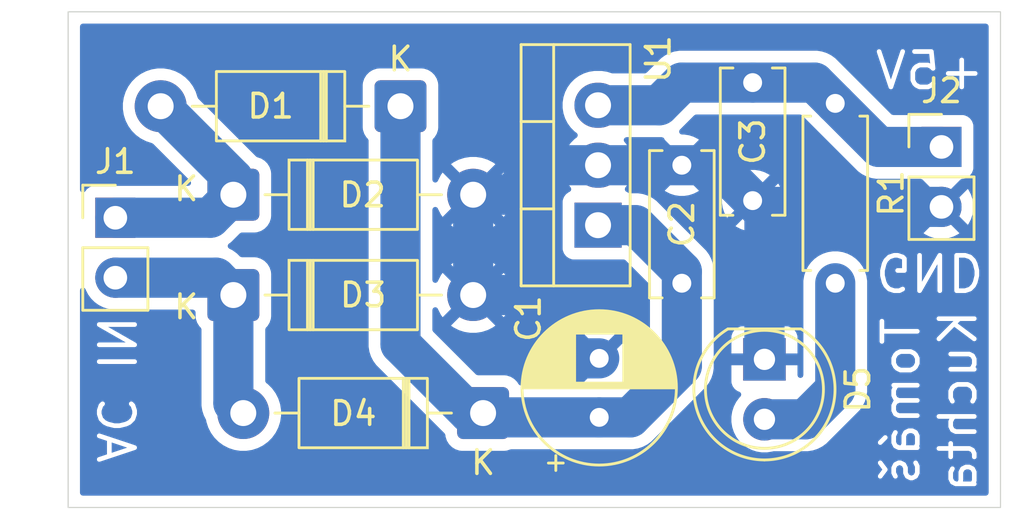
<source format=kicad_pcb>
(kicad_pcb (version 20241229) (generator "pcbnew") (generator_version "9.0")
  (layers (0 "F.Cu" signal) (2 "B.Cu" signal) (13 "F.Paste" user) (15 "B.Paste" user) (5 "F.SilkS" user "F.Silkscreen") (7 "B.SilkS" user "B.Silkscreen") (1 "F.Mask" user) (3 "B.Mask" user) (25 "Edge.Cuts" user))
  (net 0 "")
  (net 1 "VCC")
  (net 2 "GNDac")
  (net 3 "GNDdc")
  (net 4 "+5V")
  (net 5 "AC")
  (net 6 "Net-(D5-A)")
  (footprint "Connector_PinHeader_2.54mm:PinHeader_1x02_P2.54mm_Vertical" (layer "F.Cu") (at 108.5 85.225)
    (property "Reference" "J1" (at 0 -2.38 0) (layer "F.SilkS"))
    (property "Value" "AC in - 10V")
    (fp_line (start -1.38 -1.38) (end 0 -1.38) (stroke (width 0.12)) (layer "F.SilkS"))
    (fp_line (start -1.38 0) (end -1.38 -1.38) (stroke (width 0.12)) (layer "F.SilkS"))
    (fp_line (start -1.38 1.27) (end -1.38 3.92) (stroke (width 0.12)) (layer "F.SilkS"))
    (fp_line (start -1.38 1.27) (end 1.38 1.27) (stroke (width 0.12)) (layer "F.SilkS"))
    (fp_line (start -1.38 3.92) (end 1.38 3.92) (stroke (width 0.12)) (layer "F.SilkS"))
    (fp_line (start 1.38 1.27) (end 1.38 3.92) (stroke (width 0.12)) (layer "F.SilkS"))
    (pad "1" thru_hole rect (at 0 0) (size 1.7 1.7) (drill 1) (layers "*.Cu" "*.Mask") (net 5 "AC"))
    (pad "2" thru_hole circle (at 0 2.54) (size 1.7 1.7) (drill 1) (layers "*.Cu" "*.Mask") (net 2 "GNDac"))
  )
  (footprint "Diode_THT:D_DO-41_SOD81_P10.16mm_Horizontal" (layer "F.Cu") (at 124.08 93.5 180)
    (property "Reference" "D4" (at 5.497054 -0.020987 0) (layer "F.SilkS"))
    (property "Value" "1N4007")
    (fp_line (start 8.82 0) (end 7.8 0) (stroke (width 0.12)) (layer "F.SilkS"))
    (fp_line (start 3.38 -1.47) (end 3.38 1.47) (stroke (width 0.12)) (layer "F.SilkS"))
    (fp_line (start 3.26 -1.47) (end 3.26 1.47) (stroke (width 0.12)) (layer "F.SilkS"))
    (fp_line (start 3.14 -1.47) (end 3.14 1.47) (stroke (width 0.12)) (layer "F.SilkS"))
    (fp_line (start 1.34 0) (end 2.36 0) (stroke (width 0.12)) (layer "F.SilkS"))
    (fp_rect (start 2.36 -1.47) (end 7.8 1.47) (stroke (width 0.12)) (fill no) (layer "F.SilkS"))
    (fp_text user "K" (at 0 -2.1 0) (layer "F.SilkS"))
    (pad "1" thru_hole roundrect (at 0 0 180) (size 2.2 2.2) (drill 1.1) (layers "*.Cu" "*.Mask") (roundrect_rratio 0.113636) (net 1 "VCC"))
    (pad "2" thru_hole circle (at 10.16 0 180) (size 2.2 2.2) (drill 1.1) (layers "*.Cu" "*.Mask") (net 2 "GNDac"))
  )
  (footprint "Diode_THT:D_DO-41_SOD81_P10.16mm_Horizontal" (layer "F.Cu") (at 120.58 80.5 180)
    (property "Reference" "D1" (at 5.5 0 0) (layer "F.SilkS"))
    (property "Value" "1N4007")
    (fp_line (start 8.82 0) (end 7.8 0) (stroke (width 0.12)) (layer "F.SilkS"))
    (fp_line (start 3.38 -1.47) (end 3.38 1.47) (stroke (width 0.12)) (layer "F.SilkS"))
    (fp_line (start 3.26 -1.47) (end 3.26 1.47) (stroke (width 0.12)) (layer "F.SilkS"))
    (fp_line (start 3.14 -1.47) (end 3.14 1.47) (stroke (width 0.12)) (layer "F.SilkS"))
    (fp_line (start 1.34 0) (end 2.36 0) (stroke (width 0.12)) (layer "F.SilkS"))
    (fp_rect (start 2.36 -1.47) (end 7.8 1.47) (stroke (width 0.12)) (fill no) (layer "F.SilkS"))
    (fp_text user "K" (at 0 2 0) (layer "F.SilkS"))
    (pad "1" thru_hole roundrect (at 0 0 180) (size 2.2 2.2) (drill 1.1) (layers "*.Cu" "*.Mask") (roundrect_rratio 0.113636) (net 1 "VCC"))
    (pad "2" thru_hole circle (at 10.16 0 180) (size 2.2 2.2) (drill 1.1) (layers "*.Cu" "*.Mask") (net 5 "AC"))
  )
  (footprint "Package_TO_SOT_THT:TO-220-3_Vertical" (layer "F.Cu") (at 128.95 85.54 90)
    (property "Reference" "U1" (at 7.04 2.55 90) (layer "F.SilkS"))
    (property "Value" "LM7805_TO220")
    (fp_line (start 7.65 -3.26) (end 7.65 1.36) (stroke (width 0.12)) (layer "F.SilkS"))
    (fp_line (start 4.39 -3.26) (end 4.39 -1.88) (stroke (width 0.12)) (layer "F.SilkS"))
    (fp_line (start 0.69 -3.26) (end 0.69 -1.88) (stroke (width 0.12)) (layer "F.SilkS"))
    (fp_line (start -2.57 -3.26) (end 7.65 -3.26) (stroke (width 0.12)) (layer "F.SilkS"))
    (fp_line (start -2.57 -1.88) (end 7.65 -1.88) (stroke (width 0.12)) (layer "F.SilkS"))
    (fp_line (start 7.65 1.36) (end -2.57 1.36) (stroke (width 0.12)) (layer "F.SilkS"))
    (fp_line (start -2.57 1.36) (end -2.57 -3.26) (stroke (width 0.12)) (layer "F.SilkS"))
    (pad "1" thru_hole rect (at 0 0 90) (size 1.905 2) (drill 1.1) (layers "*.Cu" "*.Mask") (net 1 "VCC"))
    (pad "2" thru_hole oval (at 2.54 0 90) (size 1.905 2) (drill 1.1) (layers "*.Cu" "*.Mask") (net 3 "GNDdc"))
    (pad "3" thru_hole oval (at 5.08 0 90) (size 1.905 2) (drill 1.1) (layers "*.Cu" "*.Mask") (net 4 "+5V"))
  )
  (footprint "Connector_PinHeader_2.54mm:PinHeader_1x02_P2.54mm_Vertical" (layer "F.Cu") (at 143.5 82.225)
    (property "Reference" "J2" (at 0 -2.38 0) (layer "F.SilkS"))
    (property "Value" "DC 5V")
    (fp_line (start -1.38 -1.38) (end 0 -1.38) (stroke (width 0.12)) (layer "F.SilkS"))
    (fp_line (start -1.38 0) (end -1.38 -1.38) (stroke (width 0.12)) (layer "F.SilkS"))
    (fp_line (start -1.38 1.27) (end -1.38 3.92) (stroke (width 0.12)) (layer "F.SilkS"))
    (fp_line (start -1.38 1.27) (end 1.38 1.27) (stroke (width 0.12)) (layer "F.SilkS"))
    (fp_line (start -1.38 3.92) (end 1.38 3.92) (stroke (width 0.12)) (layer "F.SilkS"))
    (fp_line (start 1.38 1.27) (end 1.38 3.92) (stroke (width 0.12)) (layer "F.SilkS"))
    (pad "1" thru_hole rect (at 0 0) (size 1.7 1.7) (drill 1) (layers "*.Cu" "*.Mask") (net 4 "+5V"))
    (pad "2" thru_hole circle (at 0 2.54) (size 1.7 1.7) (drill 1) (layers "*.Cu" "*.Mask") (net 3 "GNDdc"))
  )
  (footprint "Diode_THT:D_DO-41_SOD81_P10.16mm_Horizontal" (layer "F.Cu") (at 113.5 84.25)
    (property "Reference" "D2" (at 5.477172 0.009204 0) (layer "F.SilkS"))
    (property "Value" "1N4007")
    (fp_line (start 1.34 0) (end 2.36 0) (stroke (width 0.12)) (layer "F.SilkS"))
    (fp_line (start 3.14 -1.47) (end 3.14 1.47) (stroke (width 0.12)) (layer "F.SilkS"))
    (fp_line (start 3.26 -1.47) (end 3.26 1.47) (stroke (width 0.12)) (layer "F.SilkS"))
    (fp_line (start 3.38 -1.47) (end 3.38 1.47) (stroke (width 0.12)) (layer "F.SilkS"))
    (fp_line (start 8.82 0) (end 7.8 0) (stroke (width 0.12)) (layer "F.SilkS"))
    (fp_rect (start 2.36 -1.47) (end 7.8 1.47) (stroke (width 0.12)) (fill no) (layer "F.SilkS"))
    (fp_text user "K" (at -2 -0.25 0) (layer "F.SilkS"))
    (pad "1" thru_hole roundrect (at 0 0) (size 2.2 2.2) (drill 1.1) (layers "*.Cu" "*.Mask") (roundrect_rratio 0.113636) (net 5 "AC"))
    (pad "2" thru_hole circle (at 10.16 0) (size 2.2 2.2) (drill 1.1) (layers "*.Cu" "*.Mask") (net 3 "GNDdc"))
  )
  (footprint "Capacitor_THT:C_Disc_D6.0mm_W2.5mm_P5.00mm" (layer "F.Cu") (at 135.5 79.5 -90)
    (property "Reference" "C3" (at 2.5 0 90) (layer "F.SilkS"))
    (property "Value" "100nF")
    (fp_line (start -0.62 1.37) (end -0.62 0.835) (stroke (width 0.12)) (layer "F.SilkS"))
    (fp_line (start 5.62 1.37) (end -0.62 1.37) (stroke (width 0.12)) (layer "F.SilkS"))
    (fp_line (start 5.62 0.835) (end 5.62 1.37) (stroke (width 0.12)) (layer "F.SilkS"))
    (fp_line (start -0.62 -0.835) (end -0.62 -1.37) (stroke (width 0.12)) (layer "F.SilkS"))
    (fp_line (start -0.62 -1.37) (end 5.62 -1.37) (stroke (width 0.12)) (layer "F.SilkS"))
    (fp_line (start 5.62 -1.37) (end 5.62 -0.835) (stroke (width 0.12)) (layer "F.SilkS"))
    (pad "1" thru_hole circle (at 0 0 270) (size 1.6 1.6) (drill 0.8) (layers "*.Cu" "*.Mask") (net 4 "+5V"))
    (pad "2" thru_hole circle (at 5 0 270) (size 1.6 1.6) (drill 0.8) (layers "*.Cu" "*.Mask") (net 3 "GNDdc"))
  )
  (footprint "Diode_THT:D_DO-41_SOD81_P10.16mm_Horizontal" (layer "F.Cu") (at 113.5 88.5)
    (property "Reference" "D3" (at 5.5 0 0) (layer "F.SilkS"))
    (property "Value" "1N4007")
    (fp_line (start 1.34 0) (end 2.36 0) (stroke (width 0.12)) (layer "F.SilkS"))
    (fp_line (start 3.14 -1.47) (end 3.14 1.47) (stroke (width 0.12)) (layer "F.SilkS"))
    (fp_line (start 3.26 -1.47) (end 3.26 1.47) (stroke (width 0.12)) (layer "F.SilkS"))
    (fp_line (start 3.38 -1.47) (end 3.38 1.47) (stroke (width 0.12)) (layer "F.SilkS"))
    (fp_line (start 8.82 0) (end 7.8 0) (stroke (width 0.12)) (layer "F.SilkS"))
    (fp_rect (start 2.36 -1.47) (end 7.8 1.47) (stroke (width 0.12)) (fill no) (layer "F.SilkS"))
    (fp_text user "K" (at -2 0.5 0) (layer "F.SilkS"))
    (pad "1" thru_hole roundrect (at 0 0) (size 2.2 2.2) (drill 1.1) (layers "*.Cu" "*.Mask") (roundrect_rratio 0.113636) (net 2 "GNDac"))
    (pad "2" thru_hole circle (at 10.16 0) (size 2.2 2.2) (drill 1.1) (layers "*.Cu" "*.Mask") (net 3 "GNDdc"))
  )
  (footprint "LED_THT:LED_D5.0mm" (layer "F.Cu") (at 136 91.225 -90)
    (property "Reference" "D5" (at 1.27 -3.96 90) (layer "F.SilkS"))
    (property "Value" "5mm LED")
    (fp_line (start -1.29 -1.545) (end -1.29 1.545) (stroke (width 0.12)) (layer "F.SilkS"))
    (fp_arc (start 4.26 0) (mid 2.071779 2.880495) (end -1.29 1.54483) (stroke (width 0.12)) (layer "F.SilkS"))
    (fp_arc (start -1.29 -1.54483) (mid 2.071779 -2.880495) (end 4.26 0) (stroke (width 0.12)) (layer "F.SilkS"))
    (fp_circle (center 1.27 0) (end 3.77 0) (stroke (width 0.12)) (fill no) (layer "F.SilkS"))
    (pad "1" thru_hole rect (at 0 0 270) (size 1.8 1.8) (drill 0.9) (layers "*.Cu" "*.Mask") (net 3 "GNDdc"))
    (pad "2" thru_hole circle (at 2.54 0 270) (size 1.8 1.8) (drill 0.9) (layers "*.Cu" "*.Mask") (net 6 "Net-(D5-A)"))
  )
  (footprint "Capacitor_THT:CP_Radial_D6.3mm_P2.50mm" (layer "F.Cu") (at 129 93.68238 90)
    (property "Reference" "C1" (at 4.18238 -3 90) (layer "F.SilkS"))
    (property "Value" "100uF")
    (fp_line (start 1.29 -3.23) (end 1.29 3.23) (stroke (width 0.12)) (layer "F.SilkS"))
    (fp_line (start 1.25 -3.23) (end 1.25 3.23) (stroke (width 0.12)) (layer "F.SilkS"))
    (fp_line (start 1.33 -3.229) (end 1.33 3.229) (stroke (width 0.12)) (layer "F.SilkS"))
    (fp_line (start 1.37 -3.228) (end 1.37 3.228) (stroke (width 0.12)) (layer "F.SilkS"))
    (fp_line (start 1.41 -3.226) (end 1.41 3.226) (stroke (width 0.12)) (layer "F.SilkS"))
    (fp_line (start 1.45 -3.224) (end 1.45 3.224) (stroke (width 0.12)) (layer "F.SilkS"))
    (fp_line (start 1.49 -3.221) (end 1.49 -1.04) (stroke (width 0.12)) (layer "F.SilkS"))
    (fp_line (start 1.53 -3.218) (end 1.53 -1.04) (stroke (width 0.12)) (layer "F.SilkS"))
    (fp_line (start 1.57 -3.214) (end 1.57 -1.04) (stroke (width 0.12)) (layer "F.SilkS"))
    (fp_line (start 1.61 -3.21) (end 1.61 -1.04) (stroke (width 0.12)) (layer "F.SilkS"))
    (fp_line (start 1.65 -3.205) (end 1.65 -1.04) (stroke (width 0.12)) (layer "F.SilkS"))
    (fp_line (start 1.69 -3.2) (end 1.69 -1.04) (stroke (width 0.12)) (layer "F.SilkS"))
    (fp_line (start 1.73 -3.195) (end 1.73 -1.04) (stroke (width 0.12)) (layer "F.SilkS"))
    (fp_line (start 1.77 -3.188) (end 1.77 -1.04) (stroke (width 0.12)) (layer "F.SilkS"))
    (fp_line (start 1.81 -3.182) (end 1.81 -1.04) (stroke (width 0.12)) (layer "F.SilkS"))
    (fp_line (start 1.85 -3.174) (end 1.85 -1.04) (stroke (width 0.12)) (layer "F.SilkS"))
    (fp_line (start 1.89 -3.167) (end 1.89 -1.04) (stroke (width 0.12)) (layer "F.SilkS"))
    (fp_line (start 1.93 -3.159) (end 1.93 -1.04) (stroke (width 0.12)) (layer "F.SilkS"))
    (fp_line (start 1.97 -3.15) (end 1.97 -1.04) (stroke (width 0.12)) (layer "F.SilkS"))
    (fp_line (start 2.01 -3.14) (end 2.01 -1.04) (stroke (width 0.12)) (layer "F.SilkS"))
    (fp_line (start 2.05 -3.131) (end 2.05 -1.04) (stroke (width 0.12)) (layer "F.SilkS"))
    (fp_line (start 2.09 -3.12) (end 2.09 -1.04) (stroke (width 0.12)) (layer "F.SilkS"))
    (fp_line (start 2.13 -3.109) (end 2.13 -1.04) (stroke (width 0.12)) (layer "F.SilkS"))
    (fp_line (start 2.17 -3.098) (end 2.17 -1.04) (stroke (width 0.12)) (layer "F.SilkS"))
    (fp_line (start 2.21 -3.086) (end 2.21 -1.04) (stroke (width 0.12)) (layer "F.SilkS"))
    (fp_line (start 2.25 -3.073) (end 2.25 -1.04) (stroke (width 0.12)) (layer "F.SilkS"))
    (fp_line (start 2.29 -3.06) (end 2.29 -1.04) (stroke (width 0.12)) (layer "F.SilkS"))
    (fp_line (start 2.33 -3.047) (end 2.33 -1.04) (stroke (width 0.12)) (layer "F.SilkS"))
    (fp_line (start 2.37 -3.032) (end 2.37 -1.04) (stroke (width 0.12)) (layer "F.SilkS"))
    (fp_line (start 2.41 -3.017) (end 2.41 -1.04) (stroke (width 0.12)) (layer "F.SilkS"))
    (fp_line (start 2.45 -3.002) (end 2.45 -1.04) (stroke (width 0.12)) (layer "F.SilkS"))
    (fp_line (start 2.49 -2.986) (end 2.49 -1.04) (stroke (width 0.12)) (layer "F.SilkS"))
    (fp_line (start 2.53 -2.969) (end 2.53 -1.04) (stroke (width 0.12)) (layer "F.SilkS"))
    (fp_line (start 2.57 -2.952) (end 2.57 -1.04) (stroke (width 0.12)) (layer "F.SilkS"))
    (fp_line (start 2.61 -2.934) (end 2.61 -1.04) (stroke (width 0.12)) (layer "F.SilkS"))
    (fp_line (start 2.65 -2.915) (end 2.65 -1.04) (stroke (width 0.12)) (layer "F.SilkS"))
    (fp_line (start 2.69 -2.896) (end 2.69 -1.04) (stroke (width 0.12)) (layer "F.SilkS"))
    (fp_line (start 2.73 -2.876) (end 2.73 -1.04) (stroke (width 0.12)) (layer "F.SilkS"))
    (fp_line (start 2.77 -2.855) (end 2.77 -1.04) (stroke (width 0.12)) (layer "F.SilkS"))
    (fp_line (start 2.81 -2.834) (end 2.81 -1.04) (stroke (width 0.12)) (layer "F.SilkS"))
    (fp_line (start 2.85 -2.812) (end 2.85 -1.04) (stroke (width 0.12)) (layer "F.SilkS"))
    (fp_line (start 2.89 -2.789) (end 2.89 -1.04) (stroke (width 0.12)) (layer "F.SilkS"))
    (fp_line (start 2.93 -2.765) (end 2.93 -1.04) (stroke (width 0.12)) (layer "F.SilkS"))
    (fp_line (start 2.97 -2.741) (end 2.97 -1.04) (stroke (width 0.12)) (layer "F.SilkS"))
    (fp_line (start 3.01 -2.716) (end 3.01 -1.04) (stroke (width 0.12)) (layer "F.SilkS"))
    (fp_line (start 3.05 -2.69) (end 3.05 -1.04) (stroke (width 0.12)) (layer "F.SilkS"))
    (fp_line (start 3.09 -2.663) (end 3.09 -1.04) (stroke (width 0.12)) (layer "F.SilkS"))
    (fp_line (start 3.13 -2.636) (end 3.13 -1.04) (stroke (width 0.12)) (layer "F.SilkS"))
    (fp_line (start 3.17 -2.607) (end 3.17 -1.04) (stroke (width 0.12)) (layer "F.SilkS"))
    (fp_line (start 3.21 -2.577) (end 3.21 -1.04) (stroke (width 0.12)) (layer "F.SilkS"))
    (fp_line (start 3.25 -2.547) (end 3.25 -1.04) (stroke (width 0.12)) (layer "F.SilkS"))
    (fp_line (start 3.29 -2.516) (end 3.29 -1.04) (stroke (width 0.12)) (layer "F.SilkS"))
    (fp_line (start 3.33 -2.483) (end 3.33 -1.04) (stroke (width 0.12)) (layer "F.SilkS"))
    (fp_line (start 3.37 -2.45) (end 3.37 -1.04) (stroke (width 0.12)) (layer "F.SilkS"))
    (fp_line (start 3.41 -2.415) (end 3.41 -1.04) (stroke (width 0.12)) (layer "F.SilkS"))
    (fp_line (start 3.45 -2.379) (end 3.45 -1.04) (stroke (width 0.12)) (layer "F.SilkS"))
    (fp_line (start 3.49 -2.342) (end 3.49 -1.04) (stroke (width 0.12)) (layer "F.SilkS"))
    (fp_line (start 3.53 -2.304) (end 3.53 -1.04) (stroke (width 0.12)) (layer "F.SilkS"))
    (fp_line (start 3.57 -2.264) (end 3.57 2.264) (stroke (width 0.12)) (layer "F.SilkS"))
    (fp_line (start 3.61 -2.223) (end 3.61 2.223) (stroke (width 0.12)) (layer "F.SilkS"))
    (fp_line (start 3.65 -2.181) (end 3.65 2.181) (stroke (width 0.12)) (layer "F.SilkS"))
    (fp_line (start -1.935241 -2.154) (end -1.935241 -1.524) (stroke (width 0.12)) (layer "F.SilkS"))
    (fp_line (start 3.69 -2.137) (end 3.69 2.137) (stroke (width 0.12)) (layer "F.SilkS"))
    (fp_line (start 3.73 -2.091) (end 3.73 2.091) (stroke (width 0.12)) (layer "F.SilkS"))
    (fp_line (start 3.77 -2.044) (end 3.77 2.044) (stroke (width 0.12)) (layer "F.SilkS"))
    (fp_line (start 3.81 -1.995) (end 3.81 1.995) (stroke (width 0.12)) (layer "F.SilkS"))
    (fp_line (start 3.85 -1.943) (end 3.85 1.943) (stroke (width 0.12)) (layer "F.SilkS"))
    (fp_line (start 3.89 -1.89) (end 3.89 1.89) (stroke (width 0.12)) (layer "F.SilkS"))
    (fp_line (start -2.250241 -1.839) (end -1.620241 -1.839) (stroke (width 0.12)) (layer "F.SilkS"))
    (fp_line (start 3.93 -1.834) (end 3.93 1.834) (stroke (width 0.12)) (layer "F.SilkS"))
    (fp_line (start 3.97 -1.775) (end 3.97 1.775) (stroke (width 0.12)) (layer "F.SilkS"))
    (fp_line (start 4.01 -1.714) (end 4.01 1.714) (stroke (width 0.12)) (layer "F.SilkS"))
    (fp_line (start 4.05 -1.649) (end 4.05 1.649) (stroke (width 0.12)) (layer "F.SilkS"))
    (fp_line (start 4.09 -1.581) (end 4.09 1.581) (stroke (width 0.12)) (layer "F.SilkS"))
    (fp_line (start 4.13 -1.509) (end 4.13 1.509) (stroke (width 0.12)) (layer "F.SilkS"))
    (fp_line (start 4.17 -1.432) (end 4.17 1.432) (stroke (width 0.12)) (layer "F.SilkS"))
    (fp_line (start 4.21 -1.35) (end 4.21 1.35) (stroke (width 0.12)) (layer "F.SilkS"))
    (fp_line (start 4.25 -1.261) (end 4.25 1.261) (stroke (width 0.12)) (layer "F.SilkS"))
    (fp_line (start 4.29 -1.165) (end 4.29 1.165) (stroke (width 0.12)) (layer "F.SilkS"))
    (fp_line (start 4.33 -1.058) (end 4.33 1.058) (stroke (width 0.12)) (layer "F.SilkS"))
    (fp_line (start 4.37 -0.939) (end 4.37 0.939) (stroke (width 0.12)) (layer "F.SilkS"))
    (fp_line (start 4.41 -0.801) (end 4.41 0.801) (stroke (width 0.12)) (layer "F.SilkS"))
    (fp_line (start 4.45 -0.633) (end 4.45 0.633) (stroke (width 0.12)) (layer "F.SilkS"))
    (fp_line (start 4.49 -0.402) (end 4.49 0.402) (stroke (width 0.12)) (layer "F.SilkS"))
    (fp_line (start 3.53 1.04) (end 3.53 2.304) (stroke (width 0.12)) (layer "F.SilkS"))
    (fp_line (start 3.49 1.04) (end 3.49 2.342) (stroke (width 0.12)) (layer "F.SilkS"))
    (fp_line (start 3.45 1.04) (end 3.45 2.379) (stroke (width 0.12)) (layer "F.SilkS"))
    (fp_line (start 3.41 1.04) (end 3.41 2.415) (stroke (width 0.12)) (layer "F.SilkS"))
    (fp_line (start 3.37 1.04) (end 3.37 2.45) (stroke (width 0.12)) (layer "F.SilkS"))
    (fp_line (start 3.33 1.04) (end 3.33 2.483) (stroke (width 0.12)) (layer "F.SilkS"))
    (fp_line (start 3.29 1.04) (end 3.29 2.516) (stroke (width 0.12)) (layer "F.SilkS"))
    (fp_line (start 3.25 1.04) (end 3.25 2.547) (stroke (width 0.12)) (layer "F.SilkS"))
    (fp_line (start 3.21 1.04) (end 3.21 2.577) (stroke (width 0.12)) (layer "F.SilkS"))
    (fp_line (start 3.17 1.04) (end 3.17 2.607) (stroke (width 0.12)) (layer "F.SilkS"))
    (fp_line (start 3.13 1.04) (end 3.13 2.636) (stroke (width 0.12)) (layer "F.SilkS"))
    (fp_line (start 3.09 1.04) (end 3.09 2.663) (stroke (width 0.12)) (layer "F.SilkS"))
    (fp_line (start 3.05 1.04) (end 3.05 2.69) (stroke (width 0.12)) (layer "F.SilkS"))
    (fp_line (start 3.01 1.04) (end 3.01 2.716) (stroke (width 0.12)) (layer "F.SilkS"))
    (fp_line (start 2.97 1.04) (end 2.97 2.741) (stroke (width 0.12)) (layer "F.SilkS"))
    (fp_line (start 2.93 1.04) (end 2.93 2.765) (stroke (width 0.12)) (layer "F.SilkS"))
    (fp_line (start 2.89 1.04) (end 2.89 2.789) (stroke (width 0.12)) (layer "F.SilkS"))
    (fp_line (start 2.85 1.04) (end 2.85 2.812) (stroke (width 0.12)) (layer "F.SilkS"))
    (fp_line (start 2.81 1.04) (end 2.81 2.834) (stroke (width 0.12)) (layer "F.SilkS"))
    (fp_line (start 2.77 1.04) (end 2.77 2.855) (stroke (width 0.12)) (layer "F.SilkS"))
    (fp_line (start 2.73 1.04) (end 2.73 2.876) (stroke (width 0.12)) (layer "F.SilkS"))
    (fp_line (start 2.69 1.04) (end 2.69 2.896) (stroke (width 0.12)) (layer "F.SilkS"))
    (fp_line (start 2.65 1.04) (end 2.65 2.915) (stroke (width 0.12)) (layer "F.SilkS"))
    (fp_line (start 2.61 1.04) (end 2.61 2.934) (stroke (width 0.12)) (layer "F.SilkS"))
    (fp_line (start 2.57 1.04) (end 2.57 2.952) (stroke (width 0.12)) (layer "F.SilkS"))
    (fp_line (start 2.53 1.04) (end 2.53 2.969) (stroke (width 0.12)) (layer "F.SilkS"))
    (fp_line (start 2.49 1.04) (end 2.49 2.986) (stroke (width 0.12)) (layer "F.SilkS"))
    (fp_line (start 2.45 1.04) (end 2.45 3.002) (stroke (width 0.12)) (layer "F.SilkS"))
    (fp_line (start 2.41 1.04) (end 2.41 3.017) (stroke (width 0.12)) (layer "F.SilkS"))
    (fp_line (start 2.37 1.04) (end 2.37 3.032) (stroke (width 0.12)) (layer "F.SilkS"))
    (fp_line (start 2.33 1.04) (end 2.33 3.047) (stroke (width 0.12)) (layer "F.SilkS"))
    (fp_line (start 2.29 1.04) (end 2.29 3.06) (stroke (width 0.12)) (layer "F.SilkS"))
    (fp_line (start 2.25 1.04) (end 2.25 3.073) (stroke (width 0.12)) (layer "F.SilkS"))
    (fp_line (start 2.21 1.04) (end 2.21 3.086) (stroke (width 0.12)) (layer "F.SilkS"))
    (fp_line (start 2.17 1.04) (end 2.17 3.098) (stroke (width 0.12)) (layer "F.SilkS"))
    (fp_line (start 2.13 1.04) (end 2.13 3.109) (stroke (width 0.12)) (layer "F.SilkS"))
    (fp_line (start 2.09 1.04) (end 2.09 3.12) (stroke (width 0.12)) (layer "F.SilkS"))
    (fp_line (start 2.05 1.04) (end 2.05 3.131) (stroke (width 0.12)) (layer "F.SilkS"))
    (fp_line (start 2.01 1.04) (end 2.01 3.14) (stroke (width 0.12)) (layer "F.SilkS"))
    (fp_line (start 1.97 1.04) (end 1.97 3.15) (stroke (width 0.12)) (layer "F.SilkS"))
    (fp_line (start 1.93 1.04) (end 1.93 3.159) (stroke (width 0.12)) (layer "F.SilkS"))
    (fp_line (start 1.89 1.04) (end 1.89 3.167) (stroke (width 0.12)) (layer "F.SilkS"))
    (fp_line (start 1.85 1.04) (end 1.85 3.174) (stroke (width 0.12)) (layer "F.SilkS"))
    (fp_line (start 1.81 1.04) (end 1.81 3.182) (stroke (width 0.12)) (layer "F.SilkS"))
    (fp_line (start 1.77 1.04) (end 1.77 3.188) (stroke (width 0.12)) (layer "F.SilkS"))
    (fp_line (start 1.73 1.04) (end 1.73 3.195) (stroke (width 0.12)) (layer "F.SilkS"))
    (fp_line (start 1.69 1.04) (end 1.69 3.2) (stroke (width 0.12)) (layer "F.SilkS"))
    (fp_line (start 1.65 1.04) (end 1.65 3.205) (stroke (width 0.12)) (layer "F.SilkS"))
    (fp_line (start 1.61 1.04) (end 1.61 3.21) (stroke (width 0.12)) (layer "F.SilkS"))
    (fp_line (start 1.57 1.04) (end 1.57 3.214) (stroke (width 0.12)) (layer "F.SilkS"))
    (fp_line (start 1.53 1.04) (end 1.53 3.218) (stroke (width 0.12)) (layer "F.SilkS"))
    (fp_line (start 1.49 1.04) (end 1.49 3.221) (stroke (width 0.12)) (layer "F.SilkS"))
    (fp_circle (center 1.25 0) (end 4.52 0) (stroke (width 0.12)) (fill no) (layer "F.SilkS"))
    (pad "1" thru_hole roundrect (at 0 0 90) (size 1.6 1.6) (drill 0.8) (layers "*.Cu" "*.Mask") (roundrect_rratio 0.15625) (net 1 "VCC"))
    (pad "2" thru_hole circle (at 2.5 0 90) (size 1.6 1.6) (drill 0.8) (layers "*.Cu" "*.Mask") (net 3 "GNDdc"))
  )
  (footprint "Capacitor_THT:C_Disc_D6.0mm_W2.5mm_P5.00mm" (layer "F.Cu") (at 132.5 88 90)
    (property "Reference" "C2" (at 2.5 0 90) (layer "F.SilkS"))
    (property "Value" "100nF")
    (fp_line (start 5.62 -1.37) (end 5.62 -0.835) (stroke (width 0.12)) (layer "F.SilkS"))
    (fp_line (start -0.62 -1.37) (end 5.62 -1.37) (stroke (width 0.12)) (layer "F.SilkS"))
    (fp_line (start -0.62 -0.835) (end -0.62 -1.37) (stroke (width 0.12)) (layer "F.SilkS"))
    (fp_line (start 5.62 0.835) (end 5.62 1.37) (stroke (width 0.12)) (layer "F.SilkS"))
    (fp_line (start 5.62 1.37) (end -0.62 1.37) (stroke (width 0.12)) (layer "F.SilkS"))
    (fp_line (start -0.62 1.37) (end -0.62 0.835) (stroke (width 0.12)) (layer "F.SilkS"))
    (pad "1" thru_hole circle (at 0 0 90) (size 1.6 1.6) (drill 0.8) (layers "*.Cu" "*.Mask") (net 1 "VCC"))
    (pad "2" thru_hole circle (at 5 0 90) (size 1.6 1.6) (drill 0.8) (layers "*.Cu" "*.Mask") (net 3 "GNDdc"))
  )
  (footprint "Resistor_THT:R_Axial_DIN0207_L6.3mm_D2.5mm_P7.62mm_Horizontal" (layer "F.Cu") (at 139 80.38 -90)
    (property "Reference" "R1" (at 3.81 -2.37 270) (layer "F.SilkS"))
    (property "Value" "250R")
    (fp_line (start 0.54 1.37) (end 7.08 1.37) (stroke (width 0.12)) (layer "F.SilkS"))
    (fp_line (start 7.08 1.37) (end 7.08 1.04) (stroke (width 0.12)) (layer "F.SilkS"))
    (fp_line (start 0.54 1.04) (end 0.54 1.37) (stroke (width 0.12)) (layer "F.SilkS"))
    (fp_line (start 0.54 -1.04) (end 0.54 -1.37) (stroke (width 0.12)) (layer "F.SilkS"))
    (fp_line (start 0.54 -1.37) (end 7.08 -1.37) (stroke (width 0.12)) (layer "F.SilkS"))
    (fp_line (start 7.08 -1.37) (end 7.08 -1.04) (stroke (width 0.12)) (layer "F.SilkS"))
    (pad "1" thru_hole circle (at 0 0 270) (size 1.6 1.6) (drill 0.8) (layers "*.Cu" "*.Mask") (net 4 "+5V"))
    (pad "2" thru_hole circle (at 7.62 0 270) (size 1.6 1.6) (drill 0.8) (layers "*.Cu" "*.Mask") (net 6 "Net-(D5-A)"))
  )
  (gr_rect (start 106.5 76.5) (end 146 97.5) (stroke (width 0.05)) (fill no) (layer "Edge.Cuts"))
  (gr_text "Tomáš\nKuchta" (at 143 93 90) (layer "B.Cu" knockout) (effects (font (size 1.5 1.5) (thickness 0.2)) (justify mirror)))
  (gr_text "GND" (at 143 87.5 180) (layer "B.Cu" knockout) (effects (font (size 1.5 1.5) (thickness 0.2)) (justify mirror)))
  (gr_text "+5V" (at 143 79 0) (layer "B.Cu" knockout) (effects (font (size 1.5 1.5) (thickness 0.2)) (justify mirror)))
  (gr_text "AC IN" (at 108.5 92.5 270) (layer "B.Cu" knockout) (effects (font (size 1.5 1.5) (thickness 0.2)) (justify mirror)))
  (segment (start 120.58 80.5) (end 120.58 90.58) (width 1.7) (layer "B.Cu") (net 1))
  (segment (start 129 93.68238) (end 124.26238 93.68238) (width 1.7) (layer "B.Cu") (net 1))
  (segment (start 128.95 85.54) (end 130.54 85.54) (width 1.7) (layer "B.Cu") (net 1))
  (segment (start 132.5 87.5) (end 132.5 91.5) (width 1.7) (layer "B.Cu") (net 1))
  (segment (start 132.5 91.5) (end 130.31762 93.68238) (width 1.7) (layer "B.Cu") (net 1))
  (segment (start 130.31762 93.68238) (end 129 93.68238) (width 1.7) (layer "B.Cu") (net 1))
  (segment (start 130.54 85.54) (end 132.5 87.5) (width 1.7) (layer "B.Cu") (net 1))
  (segment (start 120.58 90.58) (end 123.5 93.5) (width 1.7) (layer "B.Cu") (net 1))
  (segment (start 123.5 93.5) (end 124.08 93.5) (width 1.7) (layer "B.Cu") (net 1))
  (segment (start 124.26238 93.68238) (end 124.08 93.5) (width 1.7) (layer "B.Cu") (net 1))
  (segment (start 112.765 87.765) (end 113.5 88.5) (width 1.7) (layer "B.Cu") (net 2))
  (segment (start 113.5 93.08) (end 113.92 93.5) (width 1.7) (layer "B.Cu") (net 2))
  (segment (start 113.5 88.5) (end 113.5 93.08) (width 1.7) (layer "B.Cu") (net 2))
  (segment (start 108.5 87.765) (end 112.765 87.765) (width 1.7) (layer "B.Cu") (net 2))
  (segment (start 126.5 83) (end 125.25 84.25) (width 1.7) (layer "B.Cu") (net 3))
  (segment (start 128.95 83) (end 134 83) (width 1.7) (layer "B.Cu") (net 3))
  (segment (start 134 83) (end 135.5 84.5) (width 1.7) (layer "B.Cu") (net 3))
  (segment (start 125.25 84.25) (end 123.66 84.25) (width 1.7) (layer "B.Cu") (net 3))
  (segment (start 123.66 84.25) (end 123.66 88.5) (width 1.7) (layer "B.Cu") (net 3))
  (segment (start 143.5 84.765) (end 135.765 84.765) (width 1.7) (layer "B.Cu") (net 3))
  (segment (start 125.5 88.5) (end 128.18238 91.18238) (width 1.7) (layer "B.Cu") (net 3))
  (segment (start 123.66 88.5) (end 125.5 88.5) (width 1.7) (layer "B.Cu") (net 3))
  (segment (start 128.95 83) (end 126.5 83) (width 1.7) (layer "B.Cu") (net 3))
  (segment (start 136 85) (end 135.5 84.5) (width 1.7) (layer "B.Cu") (net 3))
  (segment (start 128.18238 91.18238) (end 129 91.18238) (width 1.7) (layer "B.Cu") (net 3))
  (segment (start 136 91.225) (end 136 85) (width 1.7) (layer "B.Cu") (net 3))
  (segment (start 140.845 82.225) (end 139 80.38) (width 1.7) (layer "B.Cu") (net 4))
  (segment (start 138.12 79.5) (end 139 80.38) (width 1.7) (layer "B.Cu") (net 4))
  (segment (start 135.5 79.5) (end 138.12 79.5) (width 1.7) (layer "B.Cu") (net 4))
  (segment (start 132.5 79.5) (end 131.54 80.46) (width 1.7) (layer "B.Cu") (net 4))
  (segment (start 131.54 80.46) (end 128.95 80.46) (width 1.7) (layer "B.Cu") (net 4))
  (segment (start 140.845 82.225) (end 143.5 82.225) (width 1.7) (layer "B.Cu") (net 4))
  (segment (start 135.5 79.5) (end 132.5 79.5) (width 1.7) (layer "B.Cu") (net 4))
  (segment (start 112.525 85.225) (end 113.5 84.25) (width 1.7) (layer "B.Cu") (net 5))
  (segment (start 113.5 84.25) (end 113.5 83.58) (width 1.7) (layer "B.Cu") (net 5))
  (segment (start 108.5 85.225) (end 112.525 85.225) (width 1.7) (layer "B.Cu") (net 5))
  (segment (start 113.5 83.58) (end 110.42 80.5) (width 1.7) (layer "B.Cu") (net 5))
  (segment (start 139 92.5) (end 137.735 93.765) (width 1.7) (layer "B.Cu") (net 6))
  (segment (start 139 88) (end 139 92.5) (width 1.7) (layer "B.Cu") (net 6))
  (segment (start 137.735 93.765) (end 136 93.765) (width 1.7) (layer "B.Cu") (net 6))
  (zone (net 3) (net_name "GNDdc") (layer "B.Cu") (connect_pads (clearance 0.5)) (min_thickness 0.25) (fill yes (thermal_gap 0.5) (thermal_bridge_width 0.5))
    (polygon (pts (xy 106 76) (xy 147 76) (xy 147 98) (xy 106 98)))
  )
)
</source>
